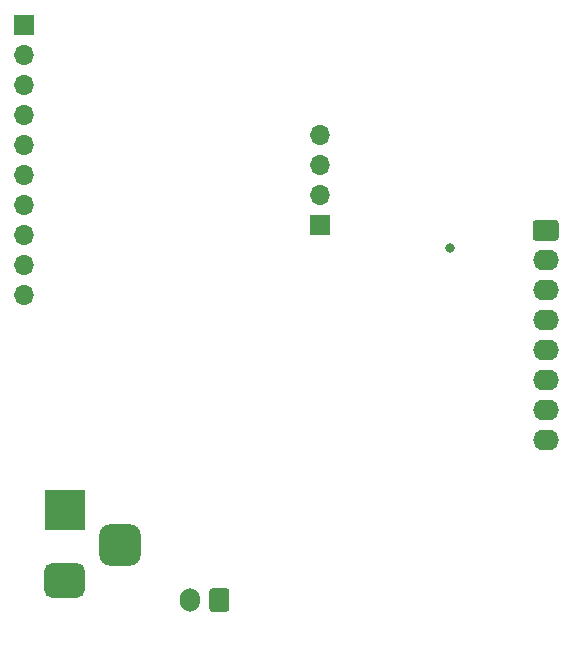
<source format=gbr>
%TF.GenerationSoftware,KiCad,Pcbnew,(5.1.8)-1*%
%TF.CreationDate,2021-07-02T09:13:16+03:00*%
%TF.ProjectId,CUSTOM stm32f103 DEVELOPMENT BOARD,43555354-4f4d-4207-9374-6d3332663130,rev?*%
%TF.SameCoordinates,Original*%
%TF.FileFunction,Soldermask,Bot*%
%TF.FilePolarity,Negative*%
%FSLAX46Y46*%
G04 Gerber Fmt 4.6, Leading zero omitted, Abs format (unit mm)*
G04 Created by KiCad (PCBNEW (5.1.8)-1) date 2021-07-02 09:13:16*
%MOMM*%
%LPD*%
G01*
G04 APERTURE LIST*
%ADD10R,3.500000X3.500000*%
%ADD11O,1.700000X2.000000*%
%ADD12R,1.700000X1.700000*%
%ADD13O,1.700000X1.700000*%
%ADD14O,2.190000X1.740000*%
%ADD15C,0.800000*%
G04 APERTURE END LIST*
D10*
%TO.C,J2*%
X19900000Y-187850000D03*
G36*
G01*
X20900000Y-195350000D02*
X18900000Y-195350000D01*
G75*
G02*
X18150000Y-194600000I0J750000D01*
G01*
X18150000Y-193100000D01*
G75*
G02*
X18900000Y-192350000I750000J0D01*
G01*
X20900000Y-192350000D01*
G75*
G02*
X21650000Y-193100000I0J-750000D01*
G01*
X21650000Y-194600000D01*
G75*
G02*
X20900000Y-195350000I-750000J0D01*
G01*
G37*
G36*
G01*
X25475000Y-192600000D02*
X23725000Y-192600000D01*
G75*
G02*
X22850000Y-191725000I0J875000D01*
G01*
X22850000Y-189975000D01*
G75*
G02*
X23725000Y-189100000I875000J0D01*
G01*
X25475000Y-189100000D01*
G75*
G02*
X26350000Y-189975000I0J-875000D01*
G01*
X26350000Y-191725000D01*
G75*
G02*
X25475000Y-192600000I-875000J0D01*
G01*
G37*
%TD*%
%TO.C,J5*%
G36*
G01*
X33860000Y-194760000D02*
X33860000Y-196260000D01*
G75*
G02*
X33610000Y-196510000I-250000J0D01*
G01*
X32410000Y-196510000D01*
G75*
G02*
X32160000Y-196260000I0J250000D01*
G01*
X32160000Y-194760000D01*
G75*
G02*
X32410000Y-194510000I250000J0D01*
G01*
X33610000Y-194510000D01*
G75*
G02*
X33860000Y-194760000I0J-250000D01*
G01*
G37*
D11*
X30510000Y-195510000D03*
%TD*%
D12*
%TO.C,J6*%
X41510000Y-163750000D03*
D13*
X41510000Y-161210000D03*
X41510000Y-158670000D03*
X41510000Y-156130000D03*
%TD*%
D12*
%TO.C,J7*%
X16460000Y-146820000D03*
D13*
X16460000Y-149360000D03*
X16460000Y-151900000D03*
X16460000Y-154440000D03*
X16460000Y-156980000D03*
X16460000Y-159520000D03*
X16460000Y-162060000D03*
X16460000Y-164600000D03*
X16460000Y-167140000D03*
X16460000Y-169680000D03*
%TD*%
%TO.C,J8*%
G36*
G01*
X59784999Y-163340000D02*
X61475001Y-163340000D01*
G75*
G02*
X61725000Y-163589999I0J-249999D01*
G01*
X61725000Y-164830001D01*
G75*
G02*
X61475001Y-165080000I-249999J0D01*
G01*
X59784999Y-165080000D01*
G75*
G02*
X59535000Y-164830001I0J249999D01*
G01*
X59535000Y-163589999D01*
G75*
G02*
X59784999Y-163340000I249999J0D01*
G01*
G37*
D14*
X60630000Y-166750000D03*
X60630000Y-169290000D03*
X60630000Y-171830000D03*
X60630000Y-174370000D03*
X60630000Y-176910000D03*
X60630000Y-179450000D03*
X60630000Y-181990000D03*
%TD*%
D15*
%TO.C,SW1*%
X52500000Y-165680000D03*
%TD*%
M02*

</source>
